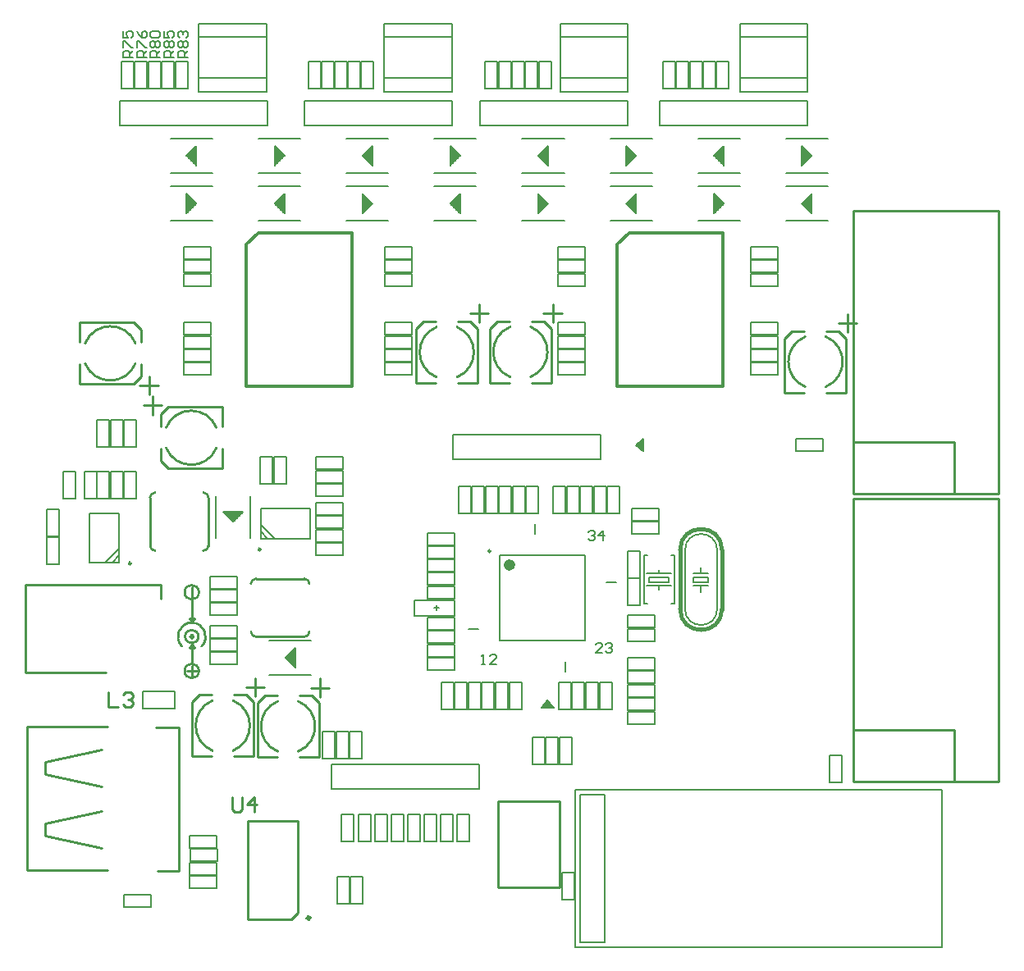
<source format=gto>
G04 Layer_Color=65535*
%FSLAX25Y25*%
%MOIN*%
G70*
G01*
G75*
%ADD33C,0.01000*%
%ADD49C,0.00984*%
%ADD50C,0.01600*%
%ADD51C,0.00600*%
%ADD52C,0.02362*%
%ADD53C,0.01500*%
%ADD54C,0.00500*%
%ADD55C,0.00800*%
%ADD56C,0.01181*%
%ADD57C,0.00787*%
D33*
X318650Y244813D02*
G03*
X318650Y265187I-4150J10187D01*
G01*
X310350D02*
G03*
X310350Y244813I4150J-10187D01*
G01*
X198750Y248813D02*
G03*
X198750Y269187I-4150J10187D01*
G01*
X190450D02*
G03*
X190450Y248813I4150J-10187D01*
G01*
X168850Y248713D02*
G03*
X168850Y269087I-4150J10187D01*
G01*
X160550D02*
G03*
X160550Y248713I4150J-10187D01*
G01*
X17813Y254250D02*
G03*
X38187Y254250I10187J4150D01*
G01*
Y262550D02*
G03*
X17813Y262550I-10187J-4150D01*
G01*
X77850Y96913D02*
G03*
X77850Y117287I-4150J10187D01*
G01*
X69550D02*
G03*
X69550Y96913I4150J-10187D01*
G01*
X104350Y96613D02*
G03*
X104350Y116987I-4150J10187D01*
G01*
X96050D02*
G03*
X96050Y96613I4150J-10187D01*
G01*
X71087Y228250D02*
G03*
X50713Y228250I-10187J-4150D01*
G01*
Y219950D02*
G03*
X71087Y219950I10187J4150D01*
G01*
X64015Y161300D02*
G03*
X64015Y161300I-2915J0D01*
G01*
Y129300D02*
G03*
X64015Y129300I-2915J0D01*
G01*
X61807Y143300D02*
G03*
X61807Y143300I-707J0D01*
G01*
X63793D02*
G03*
X63793Y143300I-2693J0D01*
G01*
X64015Y161300D02*
G03*
X64015Y161300I-2915J0D01*
G01*
Y129300D02*
G03*
X64015Y129300I-2915J0D01*
G01*
X61807Y143300D02*
G03*
X61807Y143300I-707J0D01*
G01*
X63793D02*
G03*
X63793Y143300I-2693J0D01*
G01*
X65100Y139300D02*
G03*
X57100Y139300I-4000J4000D01*
G01*
X65100D02*
G03*
X57100Y139300I-4000J4000D01*
G01*
X106843Y143189D02*
G03*
X108811Y145157I0J1968D01*
G01*
X85189D02*
G03*
X87157Y143189I1968J0D01*
G01*
Y166811D02*
G03*
X85189Y164843I0J-1968D01*
G01*
X108811D02*
G03*
X106843Y166811I-1968J0D01*
G01*
X67811Y199843D02*
G03*
X65843Y201811I-1968J0D01*
G01*
Y178189D02*
G03*
X67811Y180157I0J1968D01*
G01*
X44189D02*
G03*
X46157Y178189I1968J0D01*
G01*
Y201811D02*
G03*
X44189Y199843I0J-1968D01*
G01*
X370800Y84300D02*
Y105300D01*
X329800Y84300D02*
X370800D01*
X329800D02*
Y105300D01*
X370800D01*
X329800D02*
Y199300D01*
X388800D01*
Y84300D02*
Y199300D01*
X367800Y84300D02*
X388800D01*
X370800Y201500D02*
Y222500D01*
X329800Y201500D02*
X370800D01*
X329800D02*
Y222500D01*
X370800D01*
X329800D02*
Y316500D01*
X388800D01*
Y201500D02*
Y316500D01*
X367800Y201500D02*
X388800D01*
X305000Y267500D02*
X310000D01*
X319000D02*
X324000D01*
X319000Y242500D02*
X327000D01*
X302000D02*
X310000D01*
X327000D02*
Y264500D01*
X324000Y267500D02*
X327000Y264500D01*
X302000D02*
X305000Y267500D01*
X302000Y242500D02*
Y264500D01*
X327600Y267000D02*
Y274400D01*
X323900Y270700D02*
X331300D01*
X185100Y271500D02*
X190100D01*
X199100D02*
X204100D01*
X199100Y246500D02*
X207100D01*
X182100D02*
X190100D01*
X207100D02*
Y268500D01*
X204100Y271500D02*
X207100Y268500D01*
X182100D02*
X185100Y271500D01*
X182100Y246500D02*
Y268500D01*
X207700Y271000D02*
Y278400D01*
X204000Y274700D02*
X211400D01*
X155200Y271400D02*
X160200D01*
X169200D02*
X174200D01*
X169200Y246400D02*
X177200D01*
X152200D02*
X160200D01*
X177200D02*
Y268400D01*
X174200Y271400D02*
X177200Y268400D01*
X152200D02*
X155200Y271400D01*
X152200Y246400D02*
Y268400D01*
X177800Y270900D02*
Y278300D01*
X174100Y274600D02*
X181500D01*
X40500Y262900D02*
Y267900D01*
Y248900D02*
Y253900D01*
X15500Y245900D02*
Y253900D01*
Y262900D02*
Y270900D01*
Y245900D02*
X37500D01*
X40500Y248900D01*
X37500Y270900D02*
X40500Y267900D01*
X15500Y270900D02*
X37500D01*
X40000Y245300D02*
X47400D01*
X43700Y241600D02*
Y249000D01*
X64200Y119600D02*
X69200D01*
X78200D02*
X83200D01*
X78200Y94600D02*
X86200D01*
X61200D02*
X69200D01*
X86200D02*
Y116600D01*
X83200Y119600D02*
X86200Y116600D01*
X61200D02*
X64200Y119600D01*
X61200Y94600D02*
Y116600D01*
X86800Y119100D02*
Y126500D01*
X83100Y122800D02*
X90500D01*
X90700Y119300D02*
X95700D01*
X104700D02*
X109700D01*
X104700Y94300D02*
X112700D01*
X87700D02*
X95700D01*
X112700D02*
Y116300D01*
X109700Y119300D02*
X112700Y116300D01*
X87700D02*
X90700Y119300D01*
X87700Y94300D02*
Y116300D01*
X113300Y118800D02*
Y126200D01*
X109600Y122500D02*
X117000D01*
X48400Y214600D02*
Y219600D01*
Y228600D02*
Y233600D01*
X73400Y228600D02*
Y236600D01*
Y211600D02*
Y219600D01*
X51400Y236600D02*
X73400D01*
X48400Y233600D02*
X51400Y236600D01*
X48400Y214600D02*
X51400Y211600D01*
X73400D01*
X41500Y237200D02*
X48900D01*
X45200Y233500D02*
Y240900D01*
X61100Y159300D02*
Y163300D01*
X59100Y129300D02*
X63100D01*
X61100Y127300D02*
Y131300D01*
X60100Y150800D02*
X61100Y149300D01*
X62100Y150800D01*
X61100Y149300D02*
Y158300D01*
Y143800D02*
X61600Y143300D01*
X61100Y142800D02*
X61600Y143300D01*
X60600D02*
X61100Y142800D01*
X60600Y143300D02*
X61100Y143800D01*
Y142800D02*
Y143800D01*
X60100Y138800D02*
X61100Y140300D01*
X62100Y138800D01*
X61100Y132300D02*
Y140300D01*
X-6400Y128800D02*
Y164300D01*
X48600D01*
X-6400Y128800D02*
X26100D01*
X48600Y158800D02*
Y164300D01*
X87157Y143189D02*
X106843D01*
X87157Y166811D02*
X106843D01*
X210500Y41500D02*
Y76500D01*
X185500Y41500D02*
Y76500D01*
X210500D01*
X185500Y41500D02*
X210500D01*
X55700Y48132D02*
Y106400D01*
X-5957Y106534D02*
X26720D01*
X-5957Y48266D02*
X26720D01*
X47038Y48132D02*
X55700D01*
X46645Y106400D02*
X55700D01*
X1369Y62400D02*
X24401Y57400D01*
X1369Y62400D02*
Y67400D01*
X24401Y72400D01*
X1369Y87400D02*
X24401Y82400D01*
X1369Y87400D02*
Y92400D01*
X24401Y97400D01*
X-5918Y48266D02*
Y106534D01*
X67811Y180157D02*
Y199843D01*
X44189Y180157D02*
Y199843D01*
X83764Y28321D02*
X101439D01*
X104236Y31118D01*
Y68479D01*
X83764D02*
X104236D01*
X83764Y28321D02*
Y68479D01*
X27200Y120798D02*
Y114800D01*
X31199D01*
X33198Y119798D02*
X34198Y120798D01*
X36197D01*
X37197Y119798D01*
Y118799D01*
X36197Y117799D01*
X35197D01*
X36197D01*
X37197Y116799D01*
Y115800D01*
X36197Y114800D01*
X34198D01*
X33198Y115800D01*
X77372Y77941D02*
Y72943D01*
X78372Y71943D01*
X80371D01*
X81371Y72943D01*
Y77941D01*
X86369Y71943D02*
Y77941D01*
X83370Y74942D01*
X87369D01*
D49*
X36462Y173000D02*
G03*
X36462Y173000I-492J0D01*
G01*
X89076Y178719D02*
G03*
X89076Y178719I-492J0D01*
G01*
X182521Y178015D02*
G03*
X182521Y178015I-492J0D01*
G01*
D50*
X276500Y178500D02*
G03*
X259500Y178500I-8500J0D01*
G01*
Y154500D02*
G03*
X276500Y154500I8500J0D01*
G01*
X259500D02*
Y178500D01*
X276500Y154500D02*
Y178500D01*
D51*
X274500D02*
G03*
X261500Y178500I-6500J0D01*
G01*
Y154500D02*
G03*
X274500Y154500I6500J0D01*
G01*
X261500D02*
Y178500D01*
X274500Y154500D02*
Y178500D01*
X271000Y165500D02*
Y167500D01*
X265000Y165500D02*
X271000D01*
X265000D02*
Y167500D01*
X271000D01*
X268000Y164000D02*
X271000D01*
X265000D02*
X268000D01*
Y169000D02*
X271000D01*
X265000D02*
X268000D01*
Y161500D02*
Y164000D01*
Y169000D02*
Y171500D01*
D52*
X191360Y172385D02*
G03*
X191360Y172385I-1181J0D01*
G01*
D53*
X109000Y28900D02*
G03*
X109000Y28900I-500J0D01*
G01*
D54*
X31700Y351100D02*
Y361100D01*
X91700D01*
Y351100D02*
Y361100D01*
X31700Y351100D02*
X91700D01*
X41200Y114000D02*
Y121000D01*
X54200D01*
Y114000D02*
Y121000D01*
X41200Y114000D02*
X54200D01*
X211500Y36500D02*
Y47500D01*
X216500D01*
Y36500D02*
Y47500D01*
X211500Y36500D02*
X216500D01*
X325100Y84050D02*
Y95050D01*
X320100Y84050D02*
X325100D01*
X320100D02*
Y95050D01*
X325100D01*
X306500Y218800D02*
X317500D01*
X306500D02*
Y223800D01*
X317500D01*
Y218800D02*
Y223800D01*
X127000Y60000D02*
Y71000D01*
X122000Y60000D02*
X127000D01*
X122000D02*
Y71000D01*
X127000D01*
X167286Y60000D02*
Y71000D01*
X162286Y60000D02*
X167286D01*
X162286D02*
Y71000D01*
X167286D01*
X160571Y60000D02*
Y71000D01*
X155571Y60000D02*
X160571D01*
X155571D02*
Y71000D01*
X160571D01*
X140429Y60000D02*
Y71000D01*
X135429Y60000D02*
X140429D01*
X135429D02*
Y71000D01*
X140429D01*
X147143Y60000D02*
Y71000D01*
X142143Y60000D02*
X147143D01*
X142143D02*
Y71000D01*
X147143D01*
X219000Y19000D02*
Y79000D01*
Y19000D02*
X229000D01*
Y79000D01*
X219000D02*
X229000D01*
X217000Y17000D02*
Y81000D01*
Y17000D02*
X366000D01*
Y81000D01*
X217000D02*
X366000D01*
X288156Y265900D02*
X299156D01*
X288156D02*
Y270900D01*
X299156D01*
Y265900D02*
Y270900D01*
X288156Y265448D02*
X299156D01*
Y260448D02*
Y265448D01*
X288156Y260448D02*
X299156D01*
X288156D02*
Y265448D01*
X209800Y254543D02*
X220800D01*
Y249543D02*
Y254543D01*
X209800Y249543D02*
X220800D01*
X209800D02*
Y254543D01*
Y254995D02*
X220800D01*
X209800D02*
Y259995D01*
X220800D01*
Y254995D02*
Y259995D01*
X139500Y265900D02*
X150500D01*
X139500D02*
Y270900D01*
X150500D01*
Y265900D02*
Y270900D01*
X139500Y265448D02*
X150500D01*
Y260448D02*
Y265448D01*
X139500Y260448D02*
X150500D01*
X139500D02*
Y265448D01*
X57850Y254543D02*
X68850D01*
Y249543D02*
Y254543D01*
X57850Y249543D02*
X68850D01*
X57850D02*
Y254543D01*
Y254995D02*
X68850D01*
X57850D02*
Y259995D01*
X68850D01*
Y254995D02*
Y259995D01*
X268790Y365900D02*
Y376900D01*
X273790D01*
Y365900D02*
Y376900D01*
X268790Y365900D02*
X273790D01*
X196660D02*
Y376900D01*
X201660D01*
Y365900D02*
Y376900D01*
X196660Y365900D02*
X201660D01*
X274200D02*
Y376900D01*
X279200D01*
Y365900D02*
Y376900D01*
X274200Y365900D02*
X279200D01*
X257970D02*
Y376900D01*
X262970D01*
Y365900D02*
Y376900D01*
X257970Y365900D02*
X262970D01*
X202100D02*
Y376900D01*
X207100D01*
Y365900D02*
Y376900D01*
X202100Y365900D02*
X207100D01*
X263380D02*
Y376900D01*
X268380D01*
Y365900D02*
Y376900D01*
X263380Y365900D02*
X268380D01*
X257560D02*
Y376900D01*
X252560Y365900D02*
X257560D01*
X252560D02*
Y376900D01*
X257560D01*
X185780Y365900D02*
Y376900D01*
X190780D01*
Y365900D02*
Y376900D01*
X185780Y365900D02*
X190780D01*
X191220D02*
Y376900D01*
X196220D01*
Y365900D02*
Y376900D01*
X191220Y365900D02*
X196220D01*
X185340D02*
Y376900D01*
X180340Y365900D02*
X185340D01*
X180340D02*
Y376900D01*
X185340D01*
X288156Y301750D02*
X299156D01*
Y296750D02*
Y301750D01*
X288156Y296750D02*
X299156D01*
X288156D02*
Y301750D01*
Y296225D02*
X299156D01*
Y291225D02*
Y296225D01*
X288156Y291225D02*
X299156D01*
X288156D02*
Y296225D01*
Y290700D02*
X299156D01*
Y285700D02*
Y290700D01*
X288156Y285700D02*
X299156D01*
X288156D02*
Y290700D01*
X209800Y285700D02*
X220800D01*
X209800D02*
Y290700D01*
X220800D01*
Y285700D02*
Y290700D01*
X309000Y319300D02*
X309500Y319800D01*
X310000Y320300D01*
X310500Y320800D01*
X312500Y322800D02*
X313000Y323300D01*
Y315300D02*
Y323300D01*
X312500Y315800D02*
X313000Y315300D01*
X312000Y316300D02*
X312500Y315800D01*
Y322800D01*
X312000Y322300D02*
X312500Y322800D01*
X311500Y321800D02*
X312000Y322300D01*
Y316300D02*
Y322300D01*
X311500Y316800D02*
X312000Y316300D01*
X311000Y317300D02*
X311500Y316800D01*
Y321800D01*
X311000Y321300D02*
X311500Y321800D01*
X310500Y320800D02*
X311000Y321300D01*
Y317300D02*
Y321300D01*
X310500Y317800D02*
X311000Y317300D01*
X310000Y318300D02*
X310500Y317800D01*
Y320800D01*
X310000Y318300D02*
Y320300D01*
X309500Y318800D02*
X310000Y318300D01*
X309000Y319300D02*
X309500Y318800D01*
Y319800D01*
X276786Y318800D02*
X277286Y319300D01*
X276286Y318300D02*
X276786Y318800D01*
X275786Y317800D02*
X276286Y318300D01*
X273286Y315300D02*
X273786Y315800D01*
X273286Y315300D02*
Y323300D01*
X273786Y322800D01*
X274286Y322300D01*
X273786Y315800D02*
Y322800D01*
Y315800D02*
X274286Y316300D01*
X274786Y316800D01*
X274286Y316300D02*
Y322300D01*
X274786Y321800D01*
X275286Y321300D01*
X274786Y316800D02*
Y321800D01*
Y316800D02*
X275286Y317300D01*
X275786Y317800D01*
X275286Y317300D02*
Y321300D01*
X275786Y320800D01*
X276286Y320300D01*
X275786Y317800D02*
Y320800D01*
X276286Y318300D02*
Y320300D01*
X276786Y319800D01*
X277286Y319300D01*
X276786Y318800D02*
Y319800D01*
X209800Y291225D02*
X220800D01*
X209800D02*
Y296225D01*
X220800D01*
Y291225D02*
Y296225D01*
X205357Y318800D02*
X205857Y319300D01*
X204857Y318300D02*
X205357Y318800D01*
X204357Y317800D02*
X204857Y318300D01*
X201857Y315300D02*
X202357Y315800D01*
X201857Y315300D02*
Y323300D01*
X202357Y322800D01*
X202857Y322300D01*
X202357Y315800D02*
Y322800D01*
Y315800D02*
X202857Y316300D01*
X203357Y316800D01*
X202857Y316300D02*
Y322300D01*
X203357Y321800D01*
X203857Y321300D01*
X203357Y316800D02*
Y321800D01*
Y316800D02*
X203857Y317300D01*
X204357Y317800D01*
X203857Y317300D02*
Y321300D01*
X204357Y320800D01*
X204857Y320300D01*
X204357Y317800D02*
Y320800D01*
X204857Y318300D02*
Y320300D01*
X205357Y319800D01*
X205857Y319300D01*
X205357Y318800D02*
Y319800D01*
X237571Y319300D02*
X238071Y319800D01*
X238571Y320300D01*
X239071Y320800D01*
X241071Y322800D02*
X241571Y323300D01*
Y315300D02*
Y323300D01*
X241071Y315800D02*
X241571Y315300D01*
X240571Y316300D02*
X241071Y315800D01*
Y322800D01*
X240571Y322300D02*
X241071Y322800D01*
X240071Y321800D02*
X240571Y322300D01*
Y316300D02*
Y322300D01*
X240071Y316800D02*
X240571Y316300D01*
X239571Y317300D02*
X240071Y316800D01*
Y321800D01*
X239571Y321300D02*
X240071Y321800D01*
X239071Y320800D02*
X239571Y321300D01*
Y317300D02*
Y321300D01*
X239071Y317800D02*
X239571Y317300D01*
X238571Y318300D02*
X239071Y317800D01*
Y320800D01*
X238571Y318300D02*
Y320300D01*
X238071Y318800D02*
X238571Y318300D01*
X237571Y319300D02*
X238071Y318800D01*
Y319800D01*
X209800Y296750D02*
X220800D01*
X209800D02*
Y301750D01*
X220800D01*
Y296750D02*
Y301750D01*
X139500D02*
X150500D01*
Y296750D02*
Y301750D01*
X139500Y296750D02*
X150500D01*
X139500D02*
Y301750D01*
Y296225D02*
X150500D01*
Y291225D02*
Y296225D01*
X139500Y291225D02*
X150500D01*
X139500D02*
Y296225D01*
Y290700D02*
X150500D01*
Y285700D02*
Y290700D01*
X139500Y285700D02*
X150500D01*
X139500D02*
Y290700D01*
X57850Y285700D02*
X68850D01*
X57850D02*
Y290700D01*
X68850D01*
Y285700D02*
Y290700D01*
X57850Y291225D02*
X68850D01*
X57850D02*
Y296225D01*
X68850D01*
Y291225D02*
Y296225D01*
X57850Y296750D02*
X68850D01*
X57850D02*
Y301750D01*
X68850D01*
Y296750D02*
Y301750D01*
X201857Y338700D02*
X202357Y339200D01*
X202857Y339700D01*
X203357Y340200D01*
X205357Y342200D02*
X205857Y342700D01*
Y334700D02*
Y342700D01*
X205357Y335200D02*
X205857Y334700D01*
X204857Y335700D02*
X205357Y335200D01*
Y342200D01*
X204857Y341700D02*
X205357Y342200D01*
X204357Y341200D02*
X204857Y341700D01*
Y335700D02*
Y341700D01*
X204357Y336200D02*
X204857Y335700D01*
X203857Y336700D02*
X204357Y336200D01*
Y341200D01*
X203857Y340700D02*
X204357Y341200D01*
X203357Y340200D02*
X203857Y340700D01*
Y336700D02*
Y340700D01*
X203357Y337200D02*
X203857Y336700D01*
X202857Y337700D02*
X203357Y337200D01*
Y340200D01*
X202857Y337700D02*
Y339700D01*
X202357Y338200D02*
X202857Y337700D01*
X201857Y338700D02*
X202357Y338200D01*
Y339200D01*
X241071Y338200D02*
X241571Y338700D01*
X240571Y337700D02*
X241071Y338200D01*
X240071Y337200D02*
X240571Y337700D01*
X237571Y334700D02*
X238071Y335200D01*
X237571Y334700D02*
Y342700D01*
X238071Y342200D01*
X238571Y341700D01*
X238071Y335200D02*
Y342200D01*
Y335200D02*
X238571Y335700D01*
X239071Y336200D01*
X238571Y335700D02*
Y341700D01*
X239071Y341200D01*
X239571Y340700D01*
X239071Y336200D02*
Y341200D01*
Y336200D02*
X239571Y336700D01*
X240071Y337200D01*
X239571Y336700D02*
Y340700D01*
X240071Y340200D01*
X240571Y339700D01*
X240071Y337200D02*
Y340200D01*
X240571Y337700D02*
Y339700D01*
X241071Y339200D01*
X241571Y338700D01*
X241071Y338200D02*
Y339200D01*
X312500Y338200D02*
X313000Y338700D01*
X312000Y337700D02*
X312500Y338200D01*
X311500Y337200D02*
X312000Y337700D01*
X309000Y334700D02*
X309500Y335200D01*
X309000Y334700D02*
Y342700D01*
X309500Y342200D01*
X310000Y341700D01*
X309500Y335200D02*
Y342200D01*
Y335200D02*
X310000Y335700D01*
X310500Y336200D01*
X310000Y335700D02*
Y341700D01*
X310500Y341200D01*
X311000Y340700D01*
X310500Y336200D02*
Y341200D01*
Y336200D02*
X311000Y336700D01*
X311500Y337200D01*
X311000Y336700D02*
Y340700D01*
X311500Y340200D01*
X312000Y339700D01*
X311500Y337200D02*
Y340200D01*
X312000Y337700D02*
Y339700D01*
X312500Y339200D01*
X313000Y338700D01*
X312500Y338200D02*
Y339200D01*
X273286Y338700D02*
X273786Y339200D01*
X274286Y339700D01*
X274786Y340200D01*
X276786Y342200D02*
X277286Y342700D01*
Y334700D02*
Y342700D01*
X276786Y335200D02*
X277286Y334700D01*
X276286Y335700D02*
X276786Y335200D01*
Y342200D01*
X276286Y341700D02*
X276786Y342200D01*
X275786Y341200D02*
X276286Y341700D01*
Y335700D02*
Y341700D01*
X275786Y336200D02*
X276286Y335700D01*
X275286Y336700D02*
X275786Y336200D01*
Y341200D01*
X275286Y340700D02*
X275786Y341200D01*
X274786Y340200D02*
X275286Y340700D01*
Y336700D02*
Y340700D01*
X274786Y337200D02*
X275286Y336700D01*
X274286Y337700D02*
X274786Y337200D01*
Y340200D01*
X274286Y337700D02*
Y339700D01*
X273786Y338200D02*
X274286Y337700D01*
X273286Y338700D02*
X273786Y338200D01*
Y339200D01*
X210720Y386868D02*
X238280D01*
X210720Y370332D02*
X238280D01*
Y364820D02*
Y370332D01*
Y386868D01*
Y392380D01*
X210720D02*
X238280D01*
X210720Y386868D02*
Y392380D01*
Y370332D02*
Y386868D01*
Y364820D02*
Y370332D01*
Y364820D02*
X238280D01*
X283720Y386868D02*
X311280D01*
X283720Y370332D02*
X311280D01*
Y364820D02*
Y370332D01*
Y386868D01*
Y392380D01*
X283720D02*
X311280D01*
X283720Y386868D02*
Y392380D01*
Y370332D02*
Y386868D01*
Y364820D02*
Y370332D01*
Y364820D02*
X311280D01*
X288156Y259995D02*
X299156D01*
Y254995D02*
Y259995D01*
X288156Y254995D02*
X299156D01*
X288156D02*
Y259995D01*
Y254543D02*
X299156D01*
Y249543D02*
Y254543D01*
X288156Y249543D02*
X299156D01*
X288156D02*
Y254543D01*
X209800Y260448D02*
X220800D01*
X209800D02*
Y265448D01*
X220800D01*
Y260448D02*
Y265448D01*
X209800Y265900D02*
X220800D01*
X209800D02*
Y270900D01*
X220800D01*
Y265900D02*
Y270900D01*
X124540Y365900D02*
Y376900D01*
X129540D01*
Y365900D02*
Y376900D01*
X124540Y365900D02*
X129540D01*
X129900D02*
Y376900D01*
X134900D01*
Y365900D02*
Y376900D01*
X129900Y365900D02*
X134900D01*
X113820D02*
Y376900D01*
X118820D01*
Y365900D02*
Y376900D01*
X113820Y365900D02*
X118820D01*
X119180D02*
Y376900D01*
X124180D01*
Y365900D02*
Y376900D01*
X119180Y365900D02*
X124180D01*
X113460D02*
Y376900D01*
X108460Y365900D02*
X113460D01*
X108460D02*
Y376900D01*
X113460D01*
X94714Y319300D02*
X95214Y319800D01*
X95714Y320300D01*
X96214Y320800D01*
X98214Y322800D02*
X98714Y323300D01*
Y315300D02*
Y323300D01*
X98214Y315800D02*
X98714Y315300D01*
X97714Y316300D02*
X98214Y315800D01*
Y322800D01*
X97714Y322300D02*
X98214Y322800D01*
X97214Y321800D02*
X97714Y322300D01*
Y316300D02*
Y322300D01*
X97214Y316800D02*
X97714Y316300D01*
X96714Y317300D02*
X97214Y316800D01*
Y321800D01*
X96714Y321300D02*
X97214Y321800D01*
X96214Y320800D02*
X96714Y321300D01*
Y317300D02*
Y321300D01*
X96214Y317800D02*
X96714Y317300D01*
X95714Y318300D02*
X96214Y317800D01*
Y320800D01*
X95714Y318300D02*
Y320300D01*
X95214Y318800D02*
X95714Y318300D01*
X94714Y319300D02*
X95214Y318800D01*
Y319800D01*
X62500Y318800D02*
X63000Y319300D01*
X62000Y318300D02*
X62500Y318800D01*
X61500Y317800D02*
X62000Y318300D01*
X59000Y315300D02*
X59500Y315800D01*
X59000Y315300D02*
Y323300D01*
X59500Y322800D01*
X60000Y322300D01*
X59500Y315800D02*
Y322800D01*
Y315800D02*
X60000Y316300D01*
X60500Y316800D01*
X60000Y316300D02*
Y322300D01*
X60500Y321800D01*
X61000Y321300D01*
X60500Y316800D02*
Y321800D01*
Y316800D02*
X61000Y317300D01*
X61500Y317800D01*
X61000Y317300D02*
Y321300D01*
X61500Y320800D01*
X62000Y320300D01*
X61500Y317800D02*
Y320800D01*
X62000Y318300D02*
Y320300D01*
X62500Y319800D01*
X63000Y319300D01*
X62500Y318800D02*
Y319800D01*
X166143Y319300D02*
X166643Y319800D01*
X167143Y320300D01*
X167643Y320800D01*
X169643Y322800D02*
X170143Y323300D01*
Y315300D02*
Y323300D01*
X169643Y315800D02*
X170143Y315300D01*
X169143Y316300D02*
X169643Y315800D01*
Y322800D01*
X169143Y322300D02*
X169643Y322800D01*
X168643Y321800D02*
X169143Y322300D01*
Y316300D02*
Y322300D01*
X168643Y316800D02*
X169143Y316300D01*
X168143Y317300D02*
X168643Y316800D01*
Y321800D01*
X168143Y321300D02*
X168643Y321800D01*
X167643Y320800D02*
X168143Y321300D01*
Y317300D02*
Y321300D01*
X167643Y317800D02*
X168143Y317300D01*
X167143Y318300D02*
X167643Y317800D01*
Y320800D01*
X167143Y318300D02*
Y320300D01*
X166643Y318800D02*
X167143Y318300D01*
X166143Y319300D02*
X166643Y318800D01*
Y319800D01*
X133929Y318800D02*
X134429Y319300D01*
X133429Y318300D02*
X133929Y318800D01*
X132929Y317800D02*
X133429Y318300D01*
X130429Y315300D02*
X130929Y315800D01*
X130429Y315300D02*
Y323300D01*
X130929Y322800D01*
X131429Y322300D01*
X130929Y315800D02*
Y322800D01*
Y315800D02*
X131429Y316300D01*
X131929Y316800D01*
X131429Y316300D02*
Y322300D01*
X131929Y321800D01*
X132429Y321300D01*
X131929Y316800D02*
Y321800D01*
Y316800D02*
X132429Y317300D01*
X132929Y317800D01*
X132429Y317300D02*
Y321300D01*
X132929Y320800D01*
X133429Y320300D01*
X132929Y317800D02*
Y320800D01*
X133429Y318300D02*
Y320300D01*
X133929Y319800D01*
X134429Y319300D01*
X133929Y318800D02*
Y319800D01*
X139500Y259995D02*
X150500D01*
Y254995D02*
Y259995D01*
X139500Y254995D02*
X150500D01*
X139500D02*
Y259995D01*
Y254543D02*
X150500D01*
Y249543D02*
Y254543D01*
X139500Y249543D02*
X150500D01*
X139500D02*
Y254543D01*
X57850Y260448D02*
X68850D01*
X57850D02*
Y265448D01*
X68850D01*
Y260448D02*
Y265448D01*
X57850Y265900D02*
X68850D01*
X57850D02*
Y270900D01*
X68850D01*
Y265900D02*
Y270900D01*
X98214Y338200D02*
X98714Y338700D01*
X97714Y337700D02*
X98214Y338200D01*
X97214Y337200D02*
X97714Y337700D01*
X94714Y334700D02*
X95214Y335200D01*
X94714Y334700D02*
Y342700D01*
X95214Y342200D01*
X95714Y341700D01*
X95214Y335200D02*
Y342200D01*
Y335200D02*
X95714Y335700D01*
X96214Y336200D01*
X95714Y335700D02*
Y341700D01*
X96214Y341200D01*
X96714Y340700D01*
X96214Y336200D02*
Y341200D01*
Y336200D02*
X96714Y336700D01*
X97214Y337200D01*
X96714Y336700D02*
Y340700D01*
X97214Y340200D01*
X97714Y339700D01*
X97214Y337200D02*
Y340200D01*
X97714Y337700D02*
Y339700D01*
X98214Y339200D01*
X98714Y338700D01*
X98214Y338200D02*
Y339200D01*
X59000Y338700D02*
X59500Y339200D01*
X60000Y339700D01*
X60500Y340200D01*
X62500Y342200D02*
X63000Y342700D01*
Y334700D02*
Y342700D01*
X62500Y335200D02*
X63000Y334700D01*
X62000Y335700D02*
X62500Y335200D01*
Y342200D01*
X62000Y341700D02*
X62500Y342200D01*
X61500Y341200D02*
X62000Y341700D01*
Y335700D02*
Y341700D01*
X61500Y336200D02*
X62000Y335700D01*
X61000Y336700D02*
X61500Y336200D01*
Y341200D01*
X61000Y340700D02*
X61500Y341200D01*
X60500Y340200D02*
X61000Y340700D01*
Y336700D02*
Y340700D01*
X60500Y337200D02*
X61000Y336700D01*
X60000Y337700D02*
X60500Y337200D01*
Y340200D01*
X60000Y337700D02*
Y339700D01*
X59500Y338200D02*
X60000Y337700D01*
X59000Y338700D02*
X59500Y338200D01*
Y339200D01*
X169643Y338200D02*
X170143Y338700D01*
X169143Y337700D02*
X169643Y338200D01*
X168643Y337200D02*
X169143Y337700D01*
X166143Y334700D02*
X166643Y335200D01*
X166143Y334700D02*
Y342700D01*
X166643Y342200D01*
X167143Y341700D01*
X166643Y335200D02*
Y342200D01*
Y335200D02*
X167143Y335700D01*
X167643Y336200D01*
X167143Y335700D02*
Y341700D01*
X167643Y341200D01*
X168143Y340700D01*
X167643Y336200D02*
Y341200D01*
Y336200D02*
X168143Y336700D01*
X168643Y337200D01*
X168143Y336700D02*
Y340700D01*
X168643Y340200D01*
X169143Y339700D01*
X168643Y337200D02*
Y340200D01*
X169143Y337700D02*
Y339700D01*
X169643Y339200D01*
X170143Y338700D01*
X169643Y338200D02*
Y339200D01*
X130429Y338700D02*
X130929Y339200D01*
X131429Y339700D01*
X131929Y340200D01*
X133929Y342200D02*
X134429Y342700D01*
Y334700D02*
Y342700D01*
X133929Y335200D02*
X134429Y334700D01*
X133429Y335700D02*
X133929Y335200D01*
Y342200D01*
X133429Y341700D02*
X133929Y342200D01*
X132929Y341200D02*
X133429Y341700D01*
Y335700D02*
Y341700D01*
X132929Y336200D02*
X133429Y335700D01*
X132429Y336700D02*
X132929Y336200D01*
Y341200D01*
X132429Y340700D02*
X132929Y341200D01*
X131929Y340200D02*
X132429Y340700D01*
Y336700D02*
Y340700D01*
X131929Y337200D02*
X132429Y336700D01*
X131429Y337700D02*
X131929Y337200D01*
Y340200D01*
X131429Y337700D02*
Y339700D01*
X130929Y338200D02*
X131429Y337700D01*
X130429Y338700D02*
X130929Y338200D01*
Y339200D01*
X63930Y386868D02*
X91490D01*
X63930Y370332D02*
X91490D01*
Y364820D02*
Y370332D01*
Y386868D01*
Y392380D01*
X63930D02*
X91490D01*
X63930Y386868D02*
Y392380D01*
Y370332D02*
Y386868D01*
Y364820D02*
Y370332D01*
Y364820D02*
X91490D01*
X139220Y386868D02*
X166780D01*
X139220Y370332D02*
X166780D01*
Y364820D02*
Y370332D01*
Y386868D01*
Y392380D01*
X139220D02*
X166780D01*
X139220Y386868D02*
Y392380D01*
Y370332D02*
Y386868D01*
Y364820D02*
Y370332D01*
Y364820D02*
X166780D01*
X68551Y162600D02*
X79551D01*
X68551D02*
Y167599D01*
X79551D01*
Y162600D02*
Y167599D01*
X68551Y157299D02*
X79551D01*
X68551D02*
Y162300D01*
X79551D01*
Y157299D02*
Y162300D01*
X68551Y151999D02*
X79551D01*
X68551D02*
Y157000D01*
X79551D01*
Y151999D02*
Y157000D01*
X119250Y93800D02*
Y104800D01*
X114250Y93800D02*
X119250D01*
X114250D02*
Y104800D01*
X119250D01*
X124700Y93800D02*
Y104800D01*
X119700Y93800D02*
X124700D01*
X119700D02*
Y104800D01*
X124700D01*
X130200Y93800D02*
Y104800D01*
X125200Y93800D02*
X130200D01*
X125200D02*
Y104800D01*
X130200D01*
X22567Y220400D02*
Y231400D01*
X27567D01*
Y220400D02*
Y231400D01*
X22567Y220400D02*
X27567D01*
X28033D02*
Y231400D01*
X33033D01*
Y220400D02*
Y231400D01*
X28033Y220400D02*
X33033D01*
X33500D02*
Y231400D01*
X38500D01*
Y220400D02*
Y231400D01*
X33500Y220400D02*
X38500D01*
X68551Y147699D02*
X79551D01*
Y142700D02*
Y147699D01*
X68551Y142700D02*
X79551D01*
X68551D02*
Y147699D01*
Y142400D02*
X79551D01*
Y137399D02*
Y142400D01*
X68551Y137399D02*
X79551D01*
X68551D02*
Y142400D01*
Y137100D02*
X79551D01*
Y132099D02*
Y137100D01*
X68551Y132099D02*
X79551D01*
X68551D02*
Y137100D01*
X7300Y184100D02*
Y195100D01*
X2300Y184100D02*
X7300D01*
X2300D02*
Y195100D01*
X7300D01*
X8700Y199500D02*
Y210500D01*
X13700D01*
Y199500D02*
Y210500D01*
X8700Y199500D02*
X13700D01*
X77500Y190500D02*
X78000Y190000D01*
X77000Y191000D02*
X77500Y190500D01*
X76500Y191500D02*
X77000Y191000D01*
X74000Y194000D02*
X74500Y193500D01*
X74000Y194000D02*
X82000D01*
X81500Y193500D02*
X82000Y194000D01*
X81000Y193000D02*
X81500Y193500D01*
X74500D02*
X81500D01*
X74500D02*
X75000Y193000D01*
X75500Y192500D01*
X75000Y193000D02*
X81000D01*
X80500Y192500D02*
X81000Y193000D01*
X80000Y192000D02*
X80500Y192500D01*
X75500D02*
X80500D01*
X75500D02*
X76000Y192000D01*
X76500Y191500D01*
X76000Y192000D02*
X80000D01*
X79500Y191500D02*
X80000Y192000D01*
X79000Y191000D02*
X79500Y191500D01*
X76500D02*
X79500D01*
X77000Y191000D02*
X79000D01*
X78500Y190500D02*
X79000Y191000D01*
X78000Y190000D02*
X78500Y190500D01*
X77500D02*
X78500D01*
X7300Y172600D02*
Y183600D01*
X2300Y172600D02*
X7300D01*
X2300D02*
Y183600D01*
X7300D01*
X22500Y199500D02*
Y210500D01*
X17500Y199500D02*
X22500D01*
X17500D02*
Y210500D01*
X22500D01*
X22567Y199500D02*
Y210500D01*
X27567D01*
Y199500D02*
Y210500D01*
X22567Y199500D02*
X27567D01*
X28033D02*
Y210500D01*
X33033D01*
Y199500D02*
Y210500D01*
X28033Y199500D02*
X33033D01*
X33500D02*
Y210500D01*
X38500D01*
Y199500D02*
Y210500D01*
X33500Y199500D02*
X38500D01*
X111500Y211192D02*
X122500D01*
X111500D02*
Y216192D01*
X122500D01*
Y211192D02*
Y216192D01*
X111500Y205692D02*
X122500D01*
X111500D02*
Y210692D01*
X122500D01*
Y205692D02*
Y210692D01*
X99400Y205200D02*
Y216200D01*
X94400Y205200D02*
X99400D01*
X94400D02*
Y216200D01*
X99400D01*
X111500Y205192D02*
X122500D01*
Y200192D02*
Y205192D01*
X111500Y200192D02*
X122500D01*
X111500D02*
Y205192D01*
X99100Y134800D02*
X99600Y135300D01*
X100100Y135800D01*
X100600Y136300D01*
X102600Y138300D02*
X103100Y138800D01*
Y130800D02*
Y138800D01*
X102600Y131300D02*
X103100Y130800D01*
X102100Y131800D02*
X102600Y131300D01*
Y138300D01*
X102100Y137800D02*
X102600Y138300D01*
X101600Y137300D02*
X102100Y137800D01*
Y131800D02*
Y137800D01*
X101600Y132300D02*
X102100Y131800D01*
X101100Y132800D02*
X101600Y132300D01*
Y137300D01*
X101100Y136800D02*
X101600Y137300D01*
X100600Y136300D02*
X101100Y136800D01*
Y132800D02*
Y136800D01*
X100600Y133300D02*
X101100Y132800D01*
X100100Y133800D02*
X100600Y133300D01*
Y136300D01*
X100100Y133800D02*
Y135800D01*
X99600Y134300D02*
X100100Y133800D01*
X99100Y134800D02*
X99600Y134300D01*
Y135300D01*
X88900Y205200D02*
Y216200D01*
X93900D01*
Y205200D02*
Y216200D01*
X88900Y205200D02*
X93900D01*
X111500Y192692D02*
X122500D01*
X111500D02*
Y197692D01*
X122500D01*
Y192692D02*
Y197692D01*
X111500Y186692D02*
X122500D01*
Y181692D02*
Y186692D01*
X111500Y181692D02*
X122500D01*
X111500D02*
Y186692D01*
Y192192D02*
X122500D01*
Y187192D02*
Y192192D01*
X111500Y187192D02*
X122500D01*
X111500D02*
Y192192D01*
Y181192D02*
X122500D01*
Y176192D02*
Y181192D01*
X111500Y176192D02*
X122500D01*
X111500D02*
Y181192D01*
X210500Y91500D02*
Y102500D01*
X215500D01*
Y91500D02*
Y102500D01*
X210500Y91500D02*
X215500D01*
X197000Y193500D02*
Y204500D01*
X202000D01*
Y193500D02*
Y204500D01*
X197000Y193500D02*
X202000D01*
X238300Y146400D02*
X249300D01*
Y141400D02*
Y146400D01*
X238300Y141400D02*
X249300D01*
X238300D02*
Y146400D01*
X189524Y113600D02*
Y124600D01*
X184524Y113600D02*
X189524D01*
X184524D02*
Y124600D01*
X189524D01*
X191500Y193500D02*
Y204500D01*
X196500D01*
Y193500D02*
Y204500D01*
X191500Y193500D02*
X196500D01*
X238300Y151900D02*
X249300D01*
Y146900D02*
Y151900D01*
X238300Y146900D02*
X249300D01*
X238300D02*
Y151900D01*
X195046Y113600D02*
Y124600D01*
X190046Y113600D02*
X195046D01*
X190046D02*
Y124600D01*
X195046D01*
X238300Y167000D02*
Y178000D01*
X243300D01*
Y167000D02*
Y178000D01*
X238300Y167000D02*
X243300D01*
X205167Y115200D02*
X205667D01*
X205167D02*
X206167Y114700D01*
X205667Y115700D02*
X206167Y114700D01*
X205167Y115200D02*
X205667Y115700D01*
X204667Y114700D02*
X205167Y115200D01*
X204667Y114700D02*
X206167D01*
X206667D01*
X205667Y116200D02*
X206667Y114700D01*
X204167D02*
X205667Y116200D01*
X204167Y114700D02*
X207167Y114200D01*
X205667Y116700D02*
X207167Y114200D01*
X203667Y114700D02*
X205667Y116700D01*
X203667Y114700D02*
X207667Y114200D01*
X205667Y117200D02*
X207667Y114200D01*
X203167D02*
X205667Y117200D01*
X203167Y114200D02*
X207167D01*
X207667D01*
X208167D01*
X205667Y117200D02*
X208167Y114200D01*
X204500Y91500D02*
Y102500D01*
X199500Y91500D02*
X204500D01*
X199500D02*
Y102500D01*
X204500D01*
X251000Y169000D02*
Y170500D01*
X246000Y164000D02*
X251000D01*
X256000D01*
X246000Y169000D02*
X251000D01*
X256000D01*
X255000Y165500D02*
Y167500D01*
X247000Y165500D02*
X255000D01*
X247000D02*
Y167500D01*
X255000D01*
X257299Y156657D02*
Y176343D01*
X255724Y156657D02*
X257299D01*
X244701D02*
X246276D01*
X244701D02*
Y176343D01*
X246276D01*
X255724D02*
X257299D01*
X251000Y162500D02*
Y164000D01*
X205000Y91500D02*
Y102500D01*
X210000D01*
Y91500D02*
Y102500D01*
X205000Y91500D02*
X210000D01*
X227300Y215300D02*
Y225300D01*
X167300Y215300D02*
X227300D01*
X167300D02*
Y225300D01*
X227300D01*
X243500Y220567D02*
Y221067D01*
Y220567D02*
X244000Y221567D01*
X243000Y221067D02*
X244000Y221567D01*
X243000Y221067D02*
X243500Y220567D01*
X244000Y220067D01*
Y221567D01*
Y222067D01*
X242500Y221067D02*
X244000Y222067D01*
X242500Y221067D02*
X244000Y219567D01*
X244500Y222567D01*
X242000Y221067D02*
X244500Y222567D01*
X242000Y221067D02*
X244000Y219067D01*
X244500Y223067D01*
X241500Y221067D02*
X244500Y223067D01*
X241500Y221067D02*
X244500Y218567D01*
Y222567D01*
Y223067D01*
Y223567D01*
X241500Y221067D02*
X244500Y223567D01*
X243300Y156000D02*
Y167000D01*
X238300Y156000D02*
X243300D01*
X238300D02*
Y167000D01*
X243300D01*
X156900Y163700D02*
X167900D01*
Y158700D02*
Y163700D01*
X156900Y158700D02*
X167900D01*
X156900D02*
Y163700D01*
X184001Y113600D02*
Y124600D01*
X179001Y113600D02*
X184001D01*
X179001D02*
Y124600D01*
X184001D01*
X156900Y169200D02*
X167900D01*
Y164200D02*
Y169200D01*
X156900Y164200D02*
X167900D01*
X156900D02*
Y169200D01*
X178479Y113600D02*
Y124600D01*
X173479Y113600D02*
X178479D01*
X173479D02*
Y124600D01*
X178479D01*
X156900Y174600D02*
X167900D01*
Y169600D02*
Y174600D01*
X156900Y169600D02*
X167900D01*
X156900D02*
Y174600D01*
Y129600D02*
X167900D01*
X156900D02*
Y134600D01*
X167900D01*
Y129600D02*
Y134600D01*
X156900Y180100D02*
X167900D01*
Y175100D02*
Y180100D01*
X156900Y175100D02*
X167900D01*
X156900D02*
Y180100D01*
Y135100D02*
X167900D01*
X156900D02*
Y140100D01*
X167900D01*
Y135100D02*
Y140100D01*
X213000Y193500D02*
Y204500D01*
X208000Y193500D02*
X213000D01*
X208000D02*
Y204500D01*
X213000D01*
X156900Y140600D02*
X167900D01*
X156900D02*
Y145600D01*
X167900D01*
Y140600D02*
Y145600D01*
X218500Y193500D02*
Y204500D01*
X213500Y193500D02*
X218500D01*
X213500D02*
Y204500D01*
X218500D01*
X156900Y146100D02*
X167900D01*
X156900D02*
Y151100D01*
X167900D01*
Y146100D02*
Y151100D01*
X224000Y193500D02*
Y204500D01*
X219000Y193500D02*
X224000D01*
X219000D02*
Y204500D01*
X224000D01*
X156900Y180500D02*
X167900D01*
X156900D02*
Y185500D01*
X167900D01*
Y180500D02*
Y185500D01*
X238300Y129770D02*
X249300D01*
X238300D02*
Y134770D01*
X249300D01*
Y129770D02*
Y134770D01*
X169500Y193500D02*
Y204500D01*
X174500D01*
Y193500D02*
Y204500D01*
X169500Y193500D02*
X174500D01*
X238300Y124270D02*
X249300D01*
X238300D02*
Y129270D01*
X249300D01*
Y124270D02*
Y129270D01*
X175000Y193500D02*
Y204500D01*
X180000D01*
Y193500D02*
Y204500D01*
X175000Y193500D02*
X180000D01*
X238300Y118770D02*
X249300D01*
X238300D02*
Y123770D01*
X249300D01*
Y118770D02*
Y123770D01*
X180500Y193500D02*
Y204500D01*
X185500D01*
Y193500D02*
Y204500D01*
X180500Y193500D02*
X185500D01*
X186000D02*
Y204500D01*
X191000D01*
Y193500D02*
Y204500D01*
X186000Y193500D02*
X191000D01*
X240000Y195500D02*
X251000D01*
Y190500D02*
Y195500D01*
X240000Y190500D02*
X251000D01*
X240000D02*
Y195500D01*
X238300Y118270D02*
X249300D01*
Y113270D02*
Y118270D01*
X238300Y113270D02*
X249300D01*
X238300D02*
Y118270D01*
Y112770D02*
X249300D01*
Y107770D02*
Y112770D01*
X238300Y107770D02*
X249300D01*
X238300D02*
Y112770D01*
X231722Y113600D02*
Y124600D01*
X226722Y113600D02*
X231722D01*
X226722D02*
Y124600D01*
X231722D01*
X226200Y113600D02*
Y124600D01*
X221200Y113600D02*
X226200D01*
X221200D02*
Y124600D01*
X226200D01*
X167435Y113600D02*
Y124600D01*
X162435Y113600D02*
X167435D01*
X162435D02*
Y124600D01*
X167435D01*
X224500Y193500D02*
Y204500D01*
X229500D01*
Y193500D02*
Y204500D01*
X224500Y193500D02*
X229500D01*
X240000Y190000D02*
X251000D01*
Y185000D02*
Y190000D01*
X240000Y185000D02*
X251000D01*
X240000D02*
Y190000D01*
X172957Y113600D02*
Y124600D01*
X167957Y113600D02*
X172957D01*
X167957D02*
Y124600D01*
X172957D01*
X230000Y193500D02*
Y204500D01*
X235000D01*
Y193500D02*
Y204500D01*
X230000Y193500D02*
X235000D01*
X167900Y151650D02*
Y158150D01*
X151400D02*
X167900D01*
X151400Y151650D02*
Y158150D01*
Y151650D02*
X167900D01*
X160400Y153900D02*
Y155900D01*
X159400Y154900D02*
X161400D01*
X220678Y113600D02*
Y124600D01*
X215678Y113600D02*
X220678D01*
X215678D02*
Y124600D01*
X220678D01*
X215156Y113600D02*
Y124600D01*
X210156Y113600D02*
X215156D01*
X210156D02*
Y124600D01*
X215156D01*
X125100Y34800D02*
Y45800D01*
X120100Y34800D02*
X125100D01*
X120100D02*
Y45800D01*
X125100D01*
X130500Y34800D02*
Y45800D01*
X125500Y34800D02*
X130500D01*
X125500D02*
Y45800D01*
X130500D01*
X60300Y46500D02*
X71300D01*
X60300D02*
Y51500D01*
X71300D01*
Y46500D02*
Y51500D01*
X60200Y41000D02*
X71200D01*
X60200D02*
Y46000D01*
X71200D01*
Y41000D02*
Y46000D01*
X60294Y57450D02*
X71294D01*
X60294D02*
Y62450D01*
X71294D01*
Y57450D02*
Y62450D01*
X33500Y33400D02*
X44500D01*
X33500D02*
Y38400D01*
X44500D01*
Y33400D02*
Y38400D01*
X60400Y52000D02*
X71400D01*
X60400D02*
Y57000D01*
X71400D01*
Y52000D02*
Y57000D01*
X251300Y351100D02*
Y361100D01*
X311300D01*
Y351100D02*
Y361100D01*
X251300Y351100D02*
X311300D01*
X178300D02*
Y361100D01*
X238300D01*
Y351100D02*
Y361100D01*
X178300Y351100D02*
X238300D01*
X106800D02*
Y361100D01*
X166800D01*
Y351100D02*
Y361100D01*
X106800Y351100D02*
X166800D01*
X169000Y60000D02*
Y71000D01*
X174000D01*
Y60000D02*
Y71000D01*
X169000Y60000D02*
X174000D01*
X128714D02*
Y71000D01*
X133714D01*
Y60000D02*
Y71000D01*
X128714Y60000D02*
X133714D01*
X153857D02*
Y71000D01*
X148857Y60000D02*
X153857D01*
X148857D02*
Y71000D01*
X153857D01*
X118000Y81500D02*
Y91500D01*
X178000D01*
Y81500D02*
Y91500D01*
X118000Y81500D02*
X178000D01*
X37560Y365900D02*
Y376900D01*
X32560Y365900D02*
X37560D01*
X32560D02*
Y376900D01*
X37560D01*
X38020Y365900D02*
Y376900D01*
X43020D01*
Y365900D02*
Y376900D01*
X38020Y365900D02*
X43020D01*
X43480D02*
Y376900D01*
X48480D01*
Y365900D02*
Y376900D01*
X43480Y365900D02*
X48480D01*
X48940D02*
Y376900D01*
X53940D01*
Y365900D02*
Y376900D01*
X48940Y365900D02*
X53940D01*
X54400D02*
Y376900D01*
X59400D01*
Y365900D02*
Y376900D01*
X54400Y365900D02*
X59400D01*
X37160Y378800D02*
X33161D01*
Y380799D01*
X33828Y381466D01*
X35161D01*
X35827Y380799D01*
Y378800D01*
Y380133D02*
X37160Y381466D01*
X33161Y382799D02*
Y385465D01*
X33828D01*
X36494Y382799D01*
X37160D01*
X33161Y389463D02*
Y386797D01*
X35161D01*
X34494Y388130D01*
Y388797D01*
X35161Y389463D01*
X36494D01*
X37160Y388797D01*
Y387464D01*
X36494Y386797D01*
X42720Y378800D02*
X38721D01*
Y380799D01*
X39388Y381466D01*
X40721D01*
X41387Y380799D01*
Y378800D01*
Y380133D02*
X42720Y381466D01*
X38721Y382799D02*
Y385465D01*
X39388D01*
X42054Y382799D01*
X42720D01*
X38721Y389463D02*
X39388Y388130D01*
X40721Y386797D01*
X42054D01*
X42720Y387464D01*
Y388797D01*
X42054Y389463D01*
X41387D01*
X40721Y388797D01*
Y386797D01*
X48280Y378800D02*
X44281D01*
Y380799D01*
X44948Y381466D01*
X46281D01*
X46947Y380799D01*
Y378800D01*
Y380133D02*
X48280Y381466D01*
X44948Y382799D02*
X44281Y383465D01*
Y384798D01*
X44948Y385465D01*
X45614D01*
X46281Y384798D01*
X46947Y385465D01*
X47613D01*
X48280Y384798D01*
Y383465D01*
X47613Y382799D01*
X46947D01*
X46281Y383465D01*
X45614Y382799D01*
X44948D01*
X46281Y383465D02*
Y384798D01*
X44948Y386797D02*
X44281Y387464D01*
Y388797D01*
X44948Y389463D01*
X47613D01*
X48280Y388797D01*
Y387464D01*
X47613Y386797D01*
X44948D01*
X59400Y378800D02*
X55401D01*
Y380799D01*
X56068Y381466D01*
X57401D01*
X58067Y380799D01*
Y378800D01*
Y380133D02*
X59400Y381466D01*
X56068Y382799D02*
X55401Y383465D01*
Y384798D01*
X56068Y385465D01*
X56734D01*
X57401Y384798D01*
X58067Y385465D01*
X58734D01*
X59400Y384798D01*
Y383465D01*
X58734Y382799D01*
X58067D01*
X57401Y383465D01*
X56734Y382799D01*
X56068D01*
X57401Y383465D02*
Y384798D01*
X56068Y386797D02*
X55401Y387464D01*
Y388797D01*
X56068Y389463D01*
X56734D01*
X57401Y388797D01*
Y388130D01*
Y388797D01*
X58067Y389463D01*
X58734D01*
X59400Y388797D01*
Y387464D01*
X58734Y386797D01*
X53840Y378800D02*
X49841D01*
Y380799D01*
X50508Y381466D01*
X51841D01*
X52507Y380799D01*
Y378800D01*
Y380133D02*
X53840Y381466D01*
X50508Y382799D02*
X49841Y383465D01*
Y384798D01*
X50508Y385465D01*
X51174D01*
X51841Y384798D01*
X52507Y385465D01*
X53174D01*
X53840Y384798D01*
Y383465D01*
X53174Y382799D01*
X52507D01*
X51841Y383465D01*
X51174Y382799D01*
X50508D01*
X51841Y383465D02*
Y384798D01*
X49841Y389463D02*
Y386797D01*
X51841D01*
X51174Y388130D01*
Y388797D01*
X51841Y389463D01*
X53174D01*
X53840Y388797D01*
Y387464D01*
X53174Y386797D01*
D55*
X302496Y326308D02*
X319425D01*
X319504D01*
X319425Y312292D02*
X319504D01*
X302496D02*
X319425D01*
X266861D02*
X283790D01*
X266782D02*
X266861D01*
X266782Y326308D02*
X266861D01*
X283790D01*
X195432Y312292D02*
X212361D01*
X195353D02*
X195432D01*
X195353Y326308D02*
X195432D01*
X212361D01*
X231067D02*
X247996D01*
X248075D01*
X247996Y312292D02*
X248075D01*
X231067D02*
X247996D01*
X195353Y345708D02*
X212282D01*
X212361D01*
X212282Y331692D02*
X212361D01*
X195353D02*
X212282D01*
X231146D02*
X248075D01*
X231067D02*
X231146D01*
X231067Y345708D02*
X231146D01*
X248075D01*
X302575Y331692D02*
X319504D01*
X302496D02*
X302575D01*
X302496Y345708D02*
X302575D01*
X319504D01*
X266782D02*
X283711D01*
X283790D01*
X283711Y331692D02*
X283790D01*
X266782D02*
X283711D01*
X88210Y326308D02*
X105139D01*
X105218D01*
X105139Y312292D02*
X105218D01*
X88210D02*
X105139D01*
X52575D02*
X69504D01*
X52496D02*
X52575D01*
X52496Y326308D02*
X52575D01*
X69504D01*
X159639D02*
X176568D01*
X176647D01*
X176568Y312292D02*
X176647D01*
X159639D02*
X176568D01*
X124004D02*
X140933D01*
X123925D02*
X124004D01*
X123925Y326308D02*
X124004D01*
X140933D01*
X88289Y331692D02*
X105218D01*
X88210D02*
X88289D01*
X88210Y345708D02*
X88289D01*
X105218D01*
X52496D02*
X69425D01*
X69504D01*
X69425Y331692D02*
X69504D01*
X52496D02*
X69425D01*
X159718D02*
X176647D01*
X159639D02*
X159718D01*
X159639Y345708D02*
X159718D01*
X176647D01*
X123925D02*
X140854D01*
X140933D01*
X140854Y331692D02*
X140933D01*
X123925D02*
X140854D01*
X70992Y183496D02*
Y200425D01*
Y200504D01*
X85008Y200425D02*
Y200504D01*
Y183496D02*
Y200425D01*
X25970Y173500D02*
X31583Y179113D01*
X28783Y173500D02*
X31583Y176300D01*
Y173500D02*
Y193500D01*
X19383Y173500D02*
Y193500D01*
Y173500D02*
X31583D01*
X19383Y193500D02*
X31583D01*
X92596Y141808D02*
X109525D01*
X109604D01*
X109525Y127792D02*
X109604D01*
X92596D02*
X109525D01*
X89084Y188719D02*
X94697Y183106D01*
X89084Y185906D02*
X91884Y183106D01*
X89084D02*
X109084D01*
X89084Y195306D02*
X109084D01*
X89084Y183106D02*
Y195306D01*
X109084Y183106D02*
Y195306D01*
X173629Y146447D02*
X177529D01*
X212967Y129064D02*
Y132964D01*
X229600Y165252D02*
X233500D01*
X200461Y185035D02*
Y188935D01*
X178929Y131947D02*
X180262D01*
X179596D01*
Y135946D01*
X178929Y135280D01*
X184927Y131947D02*
X182261D01*
X184927Y134613D01*
Y135280D01*
X184261Y135946D01*
X182928D01*
X182261Y135280D01*
X227795Y136747D02*
X225129D01*
X227795Y139413D01*
Y140079D01*
X227129Y140746D01*
X225796D01*
X225129Y140079D01*
X229128D02*
X229794Y140746D01*
X231127D01*
X231794Y140079D01*
Y139413D01*
X231127Y138747D01*
X230461D01*
X231127D01*
X231794Y138080D01*
Y137414D01*
X231127Y136747D01*
X229794D01*
X229128Y137414D01*
X222129Y185679D02*
X222796Y186346D01*
X224129D01*
X224795Y185679D01*
Y185013D01*
X224129Y184347D01*
X223462D01*
X224129D01*
X224795Y183680D01*
Y183014D01*
X224129Y182347D01*
X222796D01*
X222129Y183014D01*
X228127Y182347D02*
Y186346D01*
X226128Y184347D01*
X228794D01*
D56*
X234000Y302700D02*
X238800Y307500D01*
X277000Y244900D02*
Y307500D01*
X234000Y244900D02*
Y302700D01*
X238800Y307500D02*
X277000D01*
X234000Y244900D02*
X277000D01*
X83350Y302700D02*
X88150Y307500D01*
X126350Y244900D02*
Y307500D01*
X83350Y244900D02*
Y302700D01*
X88150Y307500D02*
X126350D01*
X83350Y244900D02*
X126350D01*
D57*
X186242Y141676D02*
Y176322D01*
X220887Y141676D02*
Y176322D01*
X186242D02*
X220887D01*
X186242Y141676D02*
X220887D01*
M02*

</source>
